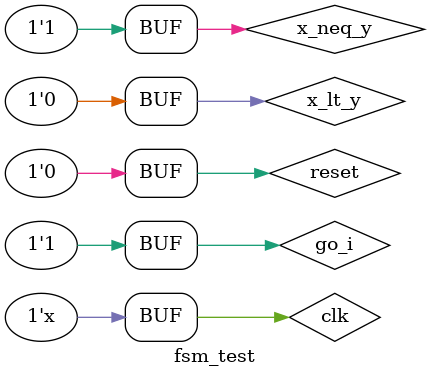
<source format=v>
`timescale 1ns / 1ps


module fsm_test;

	// Inputs
	reg go_i;
	reg x_neq_y;
	reg x_lt_y;
	reg clk;
	reg reset;

	// Outputs
	wire x_sel;
	wire y_sel;
	wire x_ld;
	wire y_ld;
	wire d_ld;

	// Instantiate the Unit Under Test (UUT)
	ccontroller_FSM uut (
		.go_i(go_i), 
		.x_sel(x_sel), 
		.y_sel(y_sel), 
		.x_ld(x_ld), 
		.y_ld(y_ld), 
		.x_neq_y(x_neq_y), 
		.x_lt_y(x_lt_y), 
		.d_ld(d_ld), 
		.clk(clk), 
		.reset(reset)
	);
	
	always begin
		clk = ~clk;
		#1;
	end

	initial begin
		// Initialize Inputs
		go_i = 0;
		x_neq_y = 0;
		x_lt_y = 0;
		clk = 0;
		reset = 0;

		// Wait 100 ns for global reset to finish
		#100;
		go_i = 1;
		#100
		
		x_neq_y = 1;
		
        
		// Add stimulus here

	end
      
endmodule


</source>
